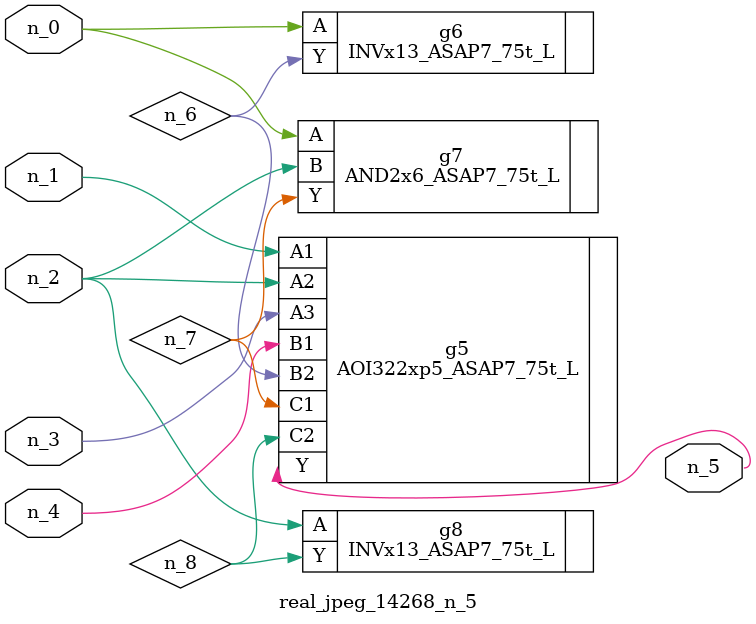
<source format=v>
module real_jpeg_14268_n_5 (n_4, n_0, n_1, n_2, n_3, n_5);

input n_4;
input n_0;
input n_1;
input n_2;
input n_3;

output n_5;

wire n_8;
wire n_6;
wire n_7;

INVx13_ASAP7_75t_L g6 ( 
.A(n_0),
.Y(n_6)
);

AND2x6_ASAP7_75t_L g7 ( 
.A(n_0),
.B(n_2),
.Y(n_7)
);

AOI322xp5_ASAP7_75t_L g5 ( 
.A1(n_1),
.A2(n_2),
.A3(n_3),
.B1(n_4),
.B2(n_6),
.C1(n_7),
.C2(n_8),
.Y(n_5)
);

INVx13_ASAP7_75t_L g8 ( 
.A(n_2),
.Y(n_8)
);


endmodule
</source>
